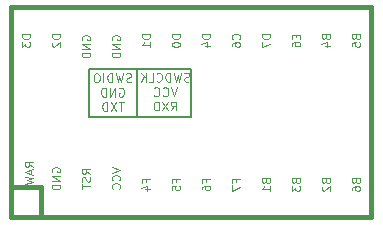
<source format=gbr>
G04 #@! TF.GenerationSoftware,KiCad,Pcbnew,(5.0.0)*
G04 #@! TF.CreationDate,2018-09-27T10:12:33-06:00*
G04 #@! TF.ProjectId,NRF52832 Base,4E5246353238333220426173652E6B69,rev?*
G04 #@! TF.SameCoordinates,Original*
G04 #@! TF.FileFunction,Legend,Bot*
G04 #@! TF.FilePolarity,Positive*
%FSLAX46Y46*%
G04 Gerber Fmt 4.6, Leading zero omitted, Abs format (unit mm)*
G04 Created by KiCad (PCBNEW (5.0.0)) date 09/27/18 10:12:33*
%MOMM*%
%LPD*%
G01*
G04 APERTURE LIST*
%ADD10C,0.200000*%
%ADD11C,0.100000*%
%ADD12C,0.381000*%
G04 APERTURE END LIST*
D10*
X127000000Y-89916000D02*
X122428000Y-89916000D01*
X127000000Y-85852000D02*
X127000000Y-89916000D01*
X118364000Y-85852000D02*
X127000000Y-85852000D01*
X118364000Y-89916000D02*
X118364000Y-85852000D01*
X122428000Y-89916000D02*
X118364000Y-89916000D01*
X122428000Y-85852000D02*
X122428000Y-89916000D01*
D11*
X126836228Y-86886371D02*
X126729085Y-86922085D01*
X126550514Y-86922085D01*
X126479085Y-86886371D01*
X126443371Y-86850657D01*
X126407657Y-86779228D01*
X126407657Y-86707800D01*
X126443371Y-86636371D01*
X126479085Y-86600657D01*
X126550514Y-86564942D01*
X126693371Y-86529228D01*
X126764800Y-86493514D01*
X126800514Y-86457800D01*
X126836228Y-86386371D01*
X126836228Y-86314942D01*
X126800514Y-86243514D01*
X126764800Y-86207800D01*
X126693371Y-86172085D01*
X126514800Y-86172085D01*
X126407657Y-86207800D01*
X126157657Y-86172085D02*
X125979085Y-86922085D01*
X125836228Y-86386371D01*
X125693371Y-86922085D01*
X125514800Y-86172085D01*
X125229085Y-86922085D02*
X125229085Y-86172085D01*
X125050514Y-86172085D01*
X124943371Y-86207800D01*
X124871942Y-86279228D01*
X124836228Y-86350657D01*
X124800514Y-86493514D01*
X124800514Y-86600657D01*
X124836228Y-86743514D01*
X124871942Y-86814942D01*
X124943371Y-86886371D01*
X125050514Y-86922085D01*
X125229085Y-86922085D01*
X124050514Y-86850657D02*
X124086228Y-86886371D01*
X124193371Y-86922085D01*
X124264800Y-86922085D01*
X124371942Y-86886371D01*
X124443371Y-86814942D01*
X124479085Y-86743514D01*
X124514800Y-86600657D01*
X124514800Y-86493514D01*
X124479085Y-86350657D01*
X124443371Y-86279228D01*
X124371942Y-86207800D01*
X124264800Y-86172085D01*
X124193371Y-86172085D01*
X124086228Y-86207800D01*
X124050514Y-86243514D01*
X123371942Y-86922085D02*
X123729085Y-86922085D01*
X123729085Y-86172085D01*
X123121942Y-86922085D02*
X123121942Y-86172085D01*
X122693371Y-86922085D02*
X123014800Y-86493514D01*
X122693371Y-86172085D02*
X123121942Y-86600657D01*
X125764800Y-87397085D02*
X125514800Y-88147085D01*
X125264800Y-87397085D01*
X124586228Y-88075657D02*
X124621942Y-88111371D01*
X124729085Y-88147085D01*
X124800514Y-88147085D01*
X124907657Y-88111371D01*
X124979085Y-88039942D01*
X125014800Y-87968514D01*
X125050514Y-87825657D01*
X125050514Y-87718514D01*
X125014800Y-87575657D01*
X124979085Y-87504228D01*
X124907657Y-87432800D01*
X124800514Y-87397085D01*
X124729085Y-87397085D01*
X124621942Y-87432800D01*
X124586228Y-87468514D01*
X123836228Y-88075657D02*
X123871942Y-88111371D01*
X123979085Y-88147085D01*
X124050514Y-88147085D01*
X124157657Y-88111371D01*
X124229085Y-88039942D01*
X124264800Y-87968514D01*
X124300514Y-87825657D01*
X124300514Y-87718514D01*
X124264800Y-87575657D01*
X124229085Y-87504228D01*
X124157657Y-87432800D01*
X124050514Y-87397085D01*
X123979085Y-87397085D01*
X123871942Y-87432800D01*
X123836228Y-87468514D01*
X125264800Y-89372085D02*
X125514800Y-89014942D01*
X125693371Y-89372085D02*
X125693371Y-88622085D01*
X125407657Y-88622085D01*
X125336228Y-88657800D01*
X125300514Y-88693514D01*
X125264800Y-88764942D01*
X125264800Y-88872085D01*
X125300514Y-88943514D01*
X125336228Y-88979228D01*
X125407657Y-89014942D01*
X125693371Y-89014942D01*
X125014800Y-88622085D02*
X124514800Y-89372085D01*
X124514800Y-88622085D02*
X125014800Y-89372085D01*
X124229085Y-89372085D02*
X124229085Y-88622085D01*
X124050514Y-88622085D01*
X123943371Y-88657800D01*
X123871942Y-88729228D01*
X123836228Y-88800657D01*
X123800514Y-88943514D01*
X123800514Y-89050657D01*
X123836228Y-89193514D01*
X123871942Y-89264942D01*
X123943371Y-89336371D01*
X124050514Y-89372085D01*
X124229085Y-89372085D01*
X121909085Y-86937171D02*
X121801942Y-86972885D01*
X121623371Y-86972885D01*
X121551942Y-86937171D01*
X121516228Y-86901457D01*
X121480514Y-86830028D01*
X121480514Y-86758600D01*
X121516228Y-86687171D01*
X121551942Y-86651457D01*
X121623371Y-86615742D01*
X121766228Y-86580028D01*
X121837657Y-86544314D01*
X121873371Y-86508600D01*
X121909085Y-86437171D01*
X121909085Y-86365742D01*
X121873371Y-86294314D01*
X121837657Y-86258600D01*
X121766228Y-86222885D01*
X121587657Y-86222885D01*
X121480514Y-86258600D01*
X121230514Y-86222885D02*
X121051942Y-86972885D01*
X120909085Y-86437171D01*
X120766228Y-86972885D01*
X120587657Y-86222885D01*
X120301942Y-86972885D02*
X120301942Y-86222885D01*
X120123371Y-86222885D01*
X120016228Y-86258600D01*
X119944800Y-86330028D01*
X119909085Y-86401457D01*
X119873371Y-86544314D01*
X119873371Y-86651457D01*
X119909085Y-86794314D01*
X119944800Y-86865742D01*
X120016228Y-86937171D01*
X120123371Y-86972885D01*
X120301942Y-86972885D01*
X119551942Y-86972885D02*
X119551942Y-86222885D01*
X119051942Y-86222885D02*
X118909085Y-86222885D01*
X118837657Y-86258600D01*
X118766228Y-86330028D01*
X118730514Y-86472885D01*
X118730514Y-86722885D01*
X118766228Y-86865742D01*
X118837657Y-86937171D01*
X118909085Y-86972885D01*
X119051942Y-86972885D01*
X119123371Y-86937171D01*
X119194800Y-86865742D01*
X119230514Y-86722885D01*
X119230514Y-86472885D01*
X119194800Y-86330028D01*
X119123371Y-86258600D01*
X119051942Y-86222885D01*
X120891228Y-87483600D02*
X120962657Y-87447885D01*
X121069800Y-87447885D01*
X121176942Y-87483600D01*
X121248371Y-87555028D01*
X121284085Y-87626457D01*
X121319800Y-87769314D01*
X121319800Y-87876457D01*
X121284085Y-88019314D01*
X121248371Y-88090742D01*
X121176942Y-88162171D01*
X121069800Y-88197885D01*
X120998371Y-88197885D01*
X120891228Y-88162171D01*
X120855514Y-88126457D01*
X120855514Y-87876457D01*
X120998371Y-87876457D01*
X120534085Y-88197885D02*
X120534085Y-87447885D01*
X120105514Y-88197885D01*
X120105514Y-87447885D01*
X119748371Y-88197885D02*
X119748371Y-87447885D01*
X119569800Y-87447885D01*
X119462657Y-87483600D01*
X119391228Y-87555028D01*
X119355514Y-87626457D01*
X119319800Y-87769314D01*
X119319800Y-87876457D01*
X119355514Y-88019314D01*
X119391228Y-88090742D01*
X119462657Y-88162171D01*
X119569800Y-88197885D01*
X119748371Y-88197885D01*
X121266228Y-88672885D02*
X120837657Y-88672885D01*
X121051942Y-89422885D02*
X121051942Y-88672885D01*
X120659085Y-88672885D02*
X120159085Y-89422885D01*
X120159085Y-88672885D02*
X120659085Y-89422885D01*
X119873371Y-89422885D02*
X119873371Y-88672885D01*
X119694800Y-88672885D01*
X119587657Y-88708600D01*
X119516228Y-88780028D01*
X119480514Y-88851457D01*
X119444800Y-88994314D01*
X119444800Y-89101457D01*
X119480514Y-89244314D01*
X119516228Y-89315742D01*
X119587657Y-89387171D01*
X119694800Y-89422885D01*
X119873371Y-89422885D01*
D12*
G04 #@! TO.C,U2*
X114300000Y-95885000D02*
X114300000Y-98425000D01*
X111760000Y-95885000D02*
X114300000Y-95885000D01*
X142240000Y-80645000D02*
X111760000Y-80645000D01*
X142240000Y-98425000D02*
X142240000Y-80645000D01*
X111760000Y-98425000D02*
X142240000Y-98425000D01*
X111760000Y-80645000D02*
X111760000Y-98425000D01*
D11*
X113600666Y-94131666D02*
X113267333Y-93898333D01*
X113600666Y-93731666D02*
X112900666Y-93731666D01*
X112900666Y-93998333D01*
X112934000Y-94065000D01*
X112967333Y-94098333D01*
X113034000Y-94131666D01*
X113134000Y-94131666D01*
X113200666Y-94098333D01*
X113234000Y-94065000D01*
X113267333Y-93998333D01*
X113267333Y-93731666D01*
X113400666Y-94398333D02*
X113400666Y-94731666D01*
X113600666Y-94331666D02*
X112900666Y-94565000D01*
X113600666Y-94798333D01*
X112900666Y-94965000D02*
X113600666Y-95131666D01*
X113100666Y-95265000D01*
X113600666Y-95398333D01*
X112900666Y-95565000D01*
X115220000Y-94589666D02*
X115186666Y-94523000D01*
X115186666Y-94423000D01*
X115220000Y-94323000D01*
X115286666Y-94256333D01*
X115353333Y-94223000D01*
X115486666Y-94189666D01*
X115586666Y-94189666D01*
X115720000Y-94223000D01*
X115786666Y-94256333D01*
X115853333Y-94323000D01*
X115886666Y-94423000D01*
X115886666Y-94489666D01*
X115853333Y-94589666D01*
X115820000Y-94623000D01*
X115586666Y-94623000D01*
X115586666Y-94489666D01*
X115886666Y-94923000D02*
X115186666Y-94923000D01*
X115886666Y-95323000D01*
X115186666Y-95323000D01*
X115886666Y-95656333D02*
X115186666Y-95656333D01*
X115186666Y-95823000D01*
X115220000Y-95923000D01*
X115286666Y-95989666D01*
X115353333Y-96023000D01*
X115486666Y-96056333D01*
X115586666Y-96056333D01*
X115720000Y-96023000D01*
X115786666Y-95989666D01*
X115853333Y-95923000D01*
X115886666Y-95823000D01*
X115886666Y-95656333D01*
X118426666Y-94739666D02*
X118093333Y-94506333D01*
X118426666Y-94339666D02*
X117726666Y-94339666D01*
X117726666Y-94606333D01*
X117760000Y-94673000D01*
X117793333Y-94706333D01*
X117860000Y-94739666D01*
X117960000Y-94739666D01*
X118026666Y-94706333D01*
X118060000Y-94673000D01*
X118093333Y-94606333D01*
X118093333Y-94339666D01*
X118393333Y-95006333D02*
X118426666Y-95106333D01*
X118426666Y-95273000D01*
X118393333Y-95339666D01*
X118360000Y-95373000D01*
X118293333Y-95406333D01*
X118226666Y-95406333D01*
X118160000Y-95373000D01*
X118126666Y-95339666D01*
X118093333Y-95273000D01*
X118060000Y-95139666D01*
X118026666Y-95073000D01*
X117993333Y-95039666D01*
X117926666Y-95006333D01*
X117860000Y-95006333D01*
X117793333Y-95039666D01*
X117760000Y-95073000D01*
X117726666Y-95139666D01*
X117726666Y-95306333D01*
X117760000Y-95406333D01*
X117726666Y-95606333D02*
X117726666Y-96006333D01*
X118426666Y-95806333D02*
X117726666Y-95806333D01*
X120266666Y-94189666D02*
X120966666Y-94423000D01*
X120266666Y-94656333D01*
X120900000Y-95289666D02*
X120933333Y-95256333D01*
X120966666Y-95156333D01*
X120966666Y-95089666D01*
X120933333Y-94989666D01*
X120866666Y-94923000D01*
X120800000Y-94889666D01*
X120666666Y-94856333D01*
X120566666Y-94856333D01*
X120433333Y-94889666D01*
X120366666Y-94923000D01*
X120300000Y-94989666D01*
X120266666Y-95089666D01*
X120266666Y-95156333D01*
X120300000Y-95256333D01*
X120333333Y-95289666D01*
X120900000Y-95989666D02*
X120933333Y-95956333D01*
X120966666Y-95856333D01*
X120966666Y-95789666D01*
X120933333Y-95689666D01*
X120866666Y-95623000D01*
X120800000Y-95589666D01*
X120666666Y-95556333D01*
X120566666Y-95556333D01*
X120433333Y-95589666D01*
X120366666Y-95623000D01*
X120300000Y-95689666D01*
X120266666Y-95789666D01*
X120266666Y-95856333D01*
X120300000Y-95956333D01*
X120333333Y-95989666D01*
X123140000Y-95397666D02*
X123140000Y-95164333D01*
X123506666Y-95164333D02*
X122806666Y-95164333D01*
X122806666Y-95497666D01*
X123040000Y-96064333D02*
X123506666Y-96064333D01*
X122773333Y-95897666D02*
X123273333Y-95731000D01*
X123273333Y-96164333D01*
X125680000Y-95397666D02*
X125680000Y-95164333D01*
X126046666Y-95164333D02*
X125346666Y-95164333D01*
X125346666Y-95497666D01*
X125346666Y-96097666D02*
X125346666Y-95764333D01*
X125680000Y-95731000D01*
X125646666Y-95764333D01*
X125613333Y-95831000D01*
X125613333Y-95997666D01*
X125646666Y-96064333D01*
X125680000Y-96097666D01*
X125746666Y-96131000D01*
X125913333Y-96131000D01*
X125980000Y-96097666D01*
X126013333Y-96064333D01*
X126046666Y-95997666D01*
X126046666Y-95831000D01*
X126013333Y-95764333D01*
X125980000Y-95731000D01*
X130760000Y-95397666D02*
X130760000Y-95164333D01*
X131126666Y-95164333D02*
X130426666Y-95164333D01*
X130426666Y-95497666D01*
X130426666Y-95697666D02*
X130426666Y-96164333D01*
X131126666Y-95864333D01*
X128220000Y-95397666D02*
X128220000Y-95164333D01*
X128586666Y-95164333D02*
X127886666Y-95164333D01*
X127886666Y-95497666D01*
X127886666Y-96064333D02*
X127886666Y-95931000D01*
X127920000Y-95864333D01*
X127953333Y-95831000D01*
X128053333Y-95764333D01*
X128186666Y-95731000D01*
X128453333Y-95731000D01*
X128520000Y-95764333D01*
X128553333Y-95797666D01*
X128586666Y-95864333D01*
X128586666Y-95997666D01*
X128553333Y-96064333D01*
X128520000Y-96097666D01*
X128453333Y-96131000D01*
X128286666Y-96131000D01*
X128220000Y-96097666D01*
X128186666Y-96064333D01*
X128153333Y-95997666D01*
X128153333Y-95864333D01*
X128186666Y-95797666D01*
X128220000Y-95764333D01*
X128286666Y-95731000D01*
X133300000Y-95347666D02*
X133333333Y-95447666D01*
X133366666Y-95481000D01*
X133433333Y-95514333D01*
X133533333Y-95514333D01*
X133600000Y-95481000D01*
X133633333Y-95447666D01*
X133666666Y-95381000D01*
X133666666Y-95114333D01*
X132966666Y-95114333D01*
X132966666Y-95347666D01*
X133000000Y-95414333D01*
X133033333Y-95447666D01*
X133100000Y-95481000D01*
X133166666Y-95481000D01*
X133233333Y-95447666D01*
X133266666Y-95414333D01*
X133300000Y-95347666D01*
X133300000Y-95114333D01*
X133666666Y-96181000D02*
X133666666Y-95781000D01*
X133666666Y-95981000D02*
X132966666Y-95981000D01*
X133066666Y-95914333D01*
X133133333Y-95847666D01*
X133166666Y-95781000D01*
X135840000Y-95347666D02*
X135873333Y-95447666D01*
X135906666Y-95481000D01*
X135973333Y-95514333D01*
X136073333Y-95514333D01*
X136140000Y-95481000D01*
X136173333Y-95447666D01*
X136206666Y-95381000D01*
X136206666Y-95114333D01*
X135506666Y-95114333D01*
X135506666Y-95347666D01*
X135540000Y-95414333D01*
X135573333Y-95447666D01*
X135640000Y-95481000D01*
X135706666Y-95481000D01*
X135773333Y-95447666D01*
X135806666Y-95414333D01*
X135840000Y-95347666D01*
X135840000Y-95114333D01*
X135506666Y-95747666D02*
X135506666Y-96181000D01*
X135773333Y-95947666D01*
X135773333Y-96047666D01*
X135806666Y-96114333D01*
X135840000Y-96147666D01*
X135906666Y-96181000D01*
X136073333Y-96181000D01*
X136140000Y-96147666D01*
X136173333Y-96114333D01*
X136206666Y-96047666D01*
X136206666Y-95847666D01*
X136173333Y-95781000D01*
X136140000Y-95747666D01*
X138380000Y-95347666D02*
X138413333Y-95447666D01*
X138446666Y-95481000D01*
X138513333Y-95514333D01*
X138613333Y-95514333D01*
X138680000Y-95481000D01*
X138713333Y-95447666D01*
X138746666Y-95381000D01*
X138746666Y-95114333D01*
X138046666Y-95114333D01*
X138046666Y-95347666D01*
X138080000Y-95414333D01*
X138113333Y-95447666D01*
X138180000Y-95481000D01*
X138246666Y-95481000D01*
X138313333Y-95447666D01*
X138346666Y-95414333D01*
X138380000Y-95347666D01*
X138380000Y-95114333D01*
X138113333Y-95781000D02*
X138080000Y-95814333D01*
X138046666Y-95881000D01*
X138046666Y-96047666D01*
X138080000Y-96114333D01*
X138113333Y-96147666D01*
X138180000Y-96181000D01*
X138246666Y-96181000D01*
X138346666Y-96147666D01*
X138746666Y-95747666D01*
X138746666Y-96181000D01*
X140920000Y-95347666D02*
X140953333Y-95447666D01*
X140986666Y-95481000D01*
X141053333Y-95514333D01*
X141153333Y-95514333D01*
X141220000Y-95481000D01*
X141253333Y-95447666D01*
X141286666Y-95381000D01*
X141286666Y-95114333D01*
X140586666Y-95114333D01*
X140586666Y-95347666D01*
X140620000Y-95414333D01*
X140653333Y-95447666D01*
X140720000Y-95481000D01*
X140786666Y-95481000D01*
X140853333Y-95447666D01*
X140886666Y-95414333D01*
X140920000Y-95347666D01*
X140920000Y-95114333D01*
X140586666Y-96114333D02*
X140586666Y-95981000D01*
X140620000Y-95914333D01*
X140653333Y-95881000D01*
X140753333Y-95814333D01*
X140886666Y-95781000D01*
X141153333Y-95781000D01*
X141220000Y-95814333D01*
X141253333Y-95847666D01*
X141286666Y-95914333D01*
X141286666Y-96047666D01*
X141253333Y-96114333D01*
X141220000Y-96147666D01*
X141153333Y-96181000D01*
X140986666Y-96181000D01*
X140920000Y-96147666D01*
X140886666Y-96114333D01*
X140853333Y-96047666D01*
X140853333Y-95914333D01*
X140886666Y-95847666D01*
X140920000Y-95814333D01*
X140986666Y-95781000D01*
X113346666Y-82922333D02*
X112646666Y-82922333D01*
X112646666Y-83089000D01*
X112680000Y-83189000D01*
X112746666Y-83255666D01*
X112813333Y-83289000D01*
X112946666Y-83322333D01*
X113046666Y-83322333D01*
X113180000Y-83289000D01*
X113246666Y-83255666D01*
X113313333Y-83189000D01*
X113346666Y-83089000D01*
X113346666Y-82922333D01*
X112646666Y-83555666D02*
X112646666Y-83989000D01*
X112913333Y-83755666D01*
X112913333Y-83855666D01*
X112946666Y-83922333D01*
X112980000Y-83955666D01*
X113046666Y-83989000D01*
X113213333Y-83989000D01*
X113280000Y-83955666D01*
X113313333Y-83922333D01*
X113346666Y-83855666D01*
X113346666Y-83655666D01*
X113313333Y-83589000D01*
X113280000Y-83555666D01*
X115886666Y-82922333D02*
X115186666Y-82922333D01*
X115186666Y-83089000D01*
X115220000Y-83189000D01*
X115286666Y-83255666D01*
X115353333Y-83289000D01*
X115486666Y-83322333D01*
X115586666Y-83322333D01*
X115720000Y-83289000D01*
X115786666Y-83255666D01*
X115853333Y-83189000D01*
X115886666Y-83089000D01*
X115886666Y-82922333D01*
X115253333Y-83589000D02*
X115220000Y-83622333D01*
X115186666Y-83689000D01*
X115186666Y-83855666D01*
X115220000Y-83922333D01*
X115253333Y-83955666D01*
X115320000Y-83989000D01*
X115386666Y-83989000D01*
X115486666Y-83955666D01*
X115886666Y-83555666D01*
X115886666Y-83989000D01*
X117760000Y-83413666D02*
X117726666Y-83347000D01*
X117726666Y-83247000D01*
X117760000Y-83147000D01*
X117826666Y-83080333D01*
X117893333Y-83047000D01*
X118026666Y-83013666D01*
X118126666Y-83013666D01*
X118260000Y-83047000D01*
X118326666Y-83080333D01*
X118393333Y-83147000D01*
X118426666Y-83247000D01*
X118426666Y-83313666D01*
X118393333Y-83413666D01*
X118360000Y-83447000D01*
X118126666Y-83447000D01*
X118126666Y-83313666D01*
X118426666Y-83747000D02*
X117726666Y-83747000D01*
X118426666Y-84147000D01*
X117726666Y-84147000D01*
X118426666Y-84480333D02*
X117726666Y-84480333D01*
X117726666Y-84647000D01*
X117760000Y-84747000D01*
X117826666Y-84813666D01*
X117893333Y-84847000D01*
X118026666Y-84880333D01*
X118126666Y-84880333D01*
X118260000Y-84847000D01*
X118326666Y-84813666D01*
X118393333Y-84747000D01*
X118426666Y-84647000D01*
X118426666Y-84480333D01*
X120300000Y-83413666D02*
X120266666Y-83347000D01*
X120266666Y-83247000D01*
X120300000Y-83147000D01*
X120366666Y-83080333D01*
X120433333Y-83047000D01*
X120566666Y-83013666D01*
X120666666Y-83013666D01*
X120800000Y-83047000D01*
X120866666Y-83080333D01*
X120933333Y-83147000D01*
X120966666Y-83247000D01*
X120966666Y-83313666D01*
X120933333Y-83413666D01*
X120900000Y-83447000D01*
X120666666Y-83447000D01*
X120666666Y-83313666D01*
X120966666Y-83747000D02*
X120266666Y-83747000D01*
X120966666Y-84147000D01*
X120266666Y-84147000D01*
X120966666Y-84480333D02*
X120266666Y-84480333D01*
X120266666Y-84647000D01*
X120300000Y-84747000D01*
X120366666Y-84813666D01*
X120433333Y-84847000D01*
X120566666Y-84880333D01*
X120666666Y-84880333D01*
X120800000Y-84847000D01*
X120866666Y-84813666D01*
X120933333Y-84747000D01*
X120966666Y-84647000D01*
X120966666Y-84480333D01*
X123506666Y-82922333D02*
X122806666Y-82922333D01*
X122806666Y-83089000D01*
X122840000Y-83189000D01*
X122906666Y-83255666D01*
X122973333Y-83289000D01*
X123106666Y-83322333D01*
X123206666Y-83322333D01*
X123340000Y-83289000D01*
X123406666Y-83255666D01*
X123473333Y-83189000D01*
X123506666Y-83089000D01*
X123506666Y-82922333D01*
X123506666Y-83989000D02*
X123506666Y-83589000D01*
X123506666Y-83789000D02*
X122806666Y-83789000D01*
X122906666Y-83722333D01*
X122973333Y-83655666D01*
X123006666Y-83589000D01*
X126046666Y-82922333D02*
X125346666Y-82922333D01*
X125346666Y-83089000D01*
X125380000Y-83189000D01*
X125446666Y-83255666D01*
X125513333Y-83289000D01*
X125646666Y-83322333D01*
X125746666Y-83322333D01*
X125880000Y-83289000D01*
X125946666Y-83255666D01*
X126013333Y-83189000D01*
X126046666Y-83089000D01*
X126046666Y-82922333D01*
X125346666Y-83755666D02*
X125346666Y-83822333D01*
X125380000Y-83889000D01*
X125413333Y-83922333D01*
X125480000Y-83955666D01*
X125613333Y-83989000D01*
X125780000Y-83989000D01*
X125913333Y-83955666D01*
X125980000Y-83922333D01*
X126013333Y-83889000D01*
X126046666Y-83822333D01*
X126046666Y-83755666D01*
X126013333Y-83689000D01*
X125980000Y-83655666D01*
X125913333Y-83622333D01*
X125780000Y-83589000D01*
X125613333Y-83589000D01*
X125480000Y-83622333D01*
X125413333Y-83655666D01*
X125380000Y-83689000D01*
X125346666Y-83755666D01*
X128586666Y-82922333D02*
X127886666Y-82922333D01*
X127886666Y-83089000D01*
X127920000Y-83189000D01*
X127986666Y-83255666D01*
X128053333Y-83289000D01*
X128186666Y-83322333D01*
X128286666Y-83322333D01*
X128420000Y-83289000D01*
X128486666Y-83255666D01*
X128553333Y-83189000D01*
X128586666Y-83089000D01*
X128586666Y-82922333D01*
X128120000Y-83922333D02*
X128586666Y-83922333D01*
X127853333Y-83755666D02*
X128353333Y-83589000D01*
X128353333Y-84022333D01*
X131060000Y-83322333D02*
X131093333Y-83289000D01*
X131126666Y-83189000D01*
X131126666Y-83122333D01*
X131093333Y-83022333D01*
X131026666Y-82955666D01*
X130960000Y-82922333D01*
X130826666Y-82889000D01*
X130726666Y-82889000D01*
X130593333Y-82922333D01*
X130526666Y-82955666D01*
X130460000Y-83022333D01*
X130426666Y-83122333D01*
X130426666Y-83189000D01*
X130460000Y-83289000D01*
X130493333Y-83322333D01*
X130426666Y-83922333D02*
X130426666Y-83789000D01*
X130460000Y-83722333D01*
X130493333Y-83689000D01*
X130593333Y-83622333D01*
X130726666Y-83589000D01*
X130993333Y-83589000D01*
X131060000Y-83622333D01*
X131093333Y-83655666D01*
X131126666Y-83722333D01*
X131126666Y-83855666D01*
X131093333Y-83922333D01*
X131060000Y-83955666D01*
X130993333Y-83989000D01*
X130826666Y-83989000D01*
X130760000Y-83955666D01*
X130726666Y-83922333D01*
X130693333Y-83855666D01*
X130693333Y-83722333D01*
X130726666Y-83655666D01*
X130760000Y-83622333D01*
X130826666Y-83589000D01*
X133666666Y-82922333D02*
X132966666Y-82922333D01*
X132966666Y-83089000D01*
X133000000Y-83189000D01*
X133066666Y-83255666D01*
X133133333Y-83289000D01*
X133266666Y-83322333D01*
X133366666Y-83322333D01*
X133500000Y-83289000D01*
X133566666Y-83255666D01*
X133633333Y-83189000D01*
X133666666Y-83089000D01*
X133666666Y-82922333D01*
X132966666Y-83555666D02*
X132966666Y-84022333D01*
X133666666Y-83722333D01*
X135840000Y-82955666D02*
X135840000Y-83189000D01*
X136206666Y-83289000D02*
X136206666Y-82955666D01*
X135506666Y-82955666D01*
X135506666Y-83289000D01*
X135506666Y-83889000D02*
X135506666Y-83755666D01*
X135540000Y-83689000D01*
X135573333Y-83655666D01*
X135673333Y-83589000D01*
X135806666Y-83555666D01*
X136073333Y-83555666D01*
X136140000Y-83589000D01*
X136173333Y-83622333D01*
X136206666Y-83689000D01*
X136206666Y-83822333D01*
X136173333Y-83889000D01*
X136140000Y-83922333D01*
X136073333Y-83955666D01*
X135906666Y-83955666D01*
X135840000Y-83922333D01*
X135806666Y-83889000D01*
X135773333Y-83822333D01*
X135773333Y-83689000D01*
X135806666Y-83622333D01*
X135840000Y-83589000D01*
X135906666Y-83555666D01*
X138380000Y-83155666D02*
X138413333Y-83255666D01*
X138446666Y-83289000D01*
X138513333Y-83322333D01*
X138613333Y-83322333D01*
X138680000Y-83289000D01*
X138713333Y-83255666D01*
X138746666Y-83189000D01*
X138746666Y-82922333D01*
X138046666Y-82922333D01*
X138046666Y-83155666D01*
X138080000Y-83222333D01*
X138113333Y-83255666D01*
X138180000Y-83289000D01*
X138246666Y-83289000D01*
X138313333Y-83255666D01*
X138346666Y-83222333D01*
X138380000Y-83155666D01*
X138380000Y-82922333D01*
X138280000Y-83922333D02*
X138746666Y-83922333D01*
X138013333Y-83755666D02*
X138513333Y-83589000D01*
X138513333Y-84022333D01*
X140920000Y-83155666D02*
X140953333Y-83255666D01*
X140986666Y-83289000D01*
X141053333Y-83322333D01*
X141153333Y-83322333D01*
X141220000Y-83289000D01*
X141253333Y-83255666D01*
X141286666Y-83189000D01*
X141286666Y-82922333D01*
X140586666Y-82922333D01*
X140586666Y-83155666D01*
X140620000Y-83222333D01*
X140653333Y-83255666D01*
X140720000Y-83289000D01*
X140786666Y-83289000D01*
X140853333Y-83255666D01*
X140886666Y-83222333D01*
X140920000Y-83155666D01*
X140920000Y-82922333D01*
X140586666Y-83955666D02*
X140586666Y-83622333D01*
X140920000Y-83589000D01*
X140886666Y-83622333D01*
X140853333Y-83689000D01*
X140853333Y-83855666D01*
X140886666Y-83922333D01*
X140920000Y-83955666D01*
X140986666Y-83989000D01*
X141153333Y-83989000D01*
X141220000Y-83955666D01*
X141253333Y-83922333D01*
X141286666Y-83855666D01*
X141286666Y-83689000D01*
X141253333Y-83622333D01*
X141220000Y-83589000D01*
G04 #@! TD*
M02*

</source>
